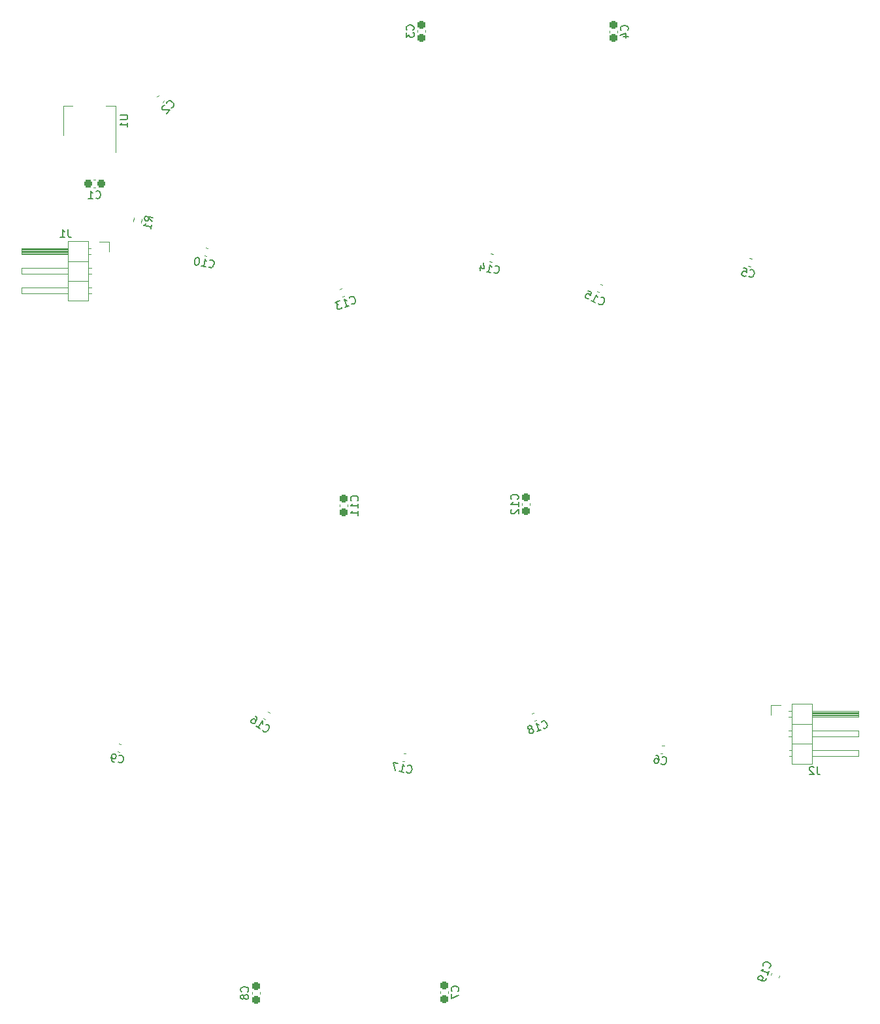
<source format=gbo>
G04 #@! TF.GenerationSoftware,KiCad,Pcbnew,7.0.2*
G04 #@! TF.CreationDate,2023-12-01T11:33:06-06:00*
G04 #@! TF.ProjectId,SixteenSegClock-Main,53697874-6565-46e5-9365-67436c6f636b,rev?*
G04 #@! TF.SameCoordinates,PX1312d00PYb0866e0*
G04 #@! TF.FileFunction,Legend,Bot*
G04 #@! TF.FilePolarity,Positive*
%FSLAX46Y46*%
G04 Gerber Fmt 4.6, Leading zero omitted, Abs format (unit mm)*
G04 Created by KiCad (PCBNEW 7.0.2) date 2023-12-01 11:33:06*
%MOMM*%
%LPD*%
G01*
G04 APERTURE LIST*
G04 Aperture macros list*
%AMRoundRect*
0 Rectangle with rounded corners*
0 $1 Rounding radius*
0 $2 $3 $4 $5 $6 $7 $8 $9 X,Y pos of 4 corners*
0 Add a 4 corners polygon primitive as box body*
4,1,4,$2,$3,$4,$5,$6,$7,$8,$9,$2,$3,0*
0 Add four circle primitives for the rounded corners*
1,1,$1+$1,$2,$3*
1,1,$1+$1,$4,$5*
1,1,$1+$1,$6,$7*
1,1,$1+$1,$8,$9*
0 Add four rect primitives between the rounded corners*
20,1,$1+$1,$2,$3,$4,$5,0*
20,1,$1+$1,$4,$5,$6,$7,0*
20,1,$1+$1,$6,$7,$8,$9,0*
20,1,$1+$1,$8,$9,$2,$3,0*%
G04 Aperture macros list end*
%ADD10C,0.150000*%
%ADD11C,0.120000*%
%ADD12C,7.500000*%
%ADD13R,1.500000X2.000000*%
%ADD14R,3.800000X2.000000*%
%ADD15C,1.700000*%
%ADD16O,1.700000X1.700000*%
%ADD17R,1.700000X1.700000*%
%ADD18RoundRect,0.237500X-0.044194X-0.380070X0.380070X0.044194X0.044194X0.380070X-0.380070X-0.044194X0*%
%ADD19RoundRect,0.237500X0.237500X-0.300000X0.237500X0.300000X-0.237500X0.300000X-0.237500X-0.300000X0*%
%ADD20RoundRect,0.237500X-0.372264X-0.088463X0.171520X-0.342034X0.372264X0.088463X-0.171520X0.342034X0*%
%ADD21RoundRect,0.237500X0.190480X-0.287443X0.277304X0.204960X-0.190480X0.287443X-0.277304X-0.204960X0*%
%ADD22RoundRect,0.237500X-0.336684X-0.181797X0.254201X-0.285986X0.336684X0.181797X-0.254201X0.285986X0*%
%ADD23RoundRect,0.237500X-0.200678X-0.325783X0.363138X-0.120571X0.200678X0.325783X-0.363138X0.120571X0*%
%ADD24RoundRect,0.237500X-0.120571X0.363138X-0.325783X-0.200678X0.120571X-0.363138X0.325783X0.200678X0*%
%ADD25RoundRect,0.237500X-0.237500X0.300000X-0.237500X-0.300000X0.237500X-0.300000X0.237500X0.300000X0*%
%ADD26RoundRect,0.237500X-0.381970X-0.022476X0.109521X-0.366622X0.381970X0.022476X-0.109521X0.366622X0*%
%ADD27RoundRect,0.237500X-0.300000X-0.237500X0.300000X-0.237500X0.300000X0.237500X-0.300000X0.237500X0*%
G04 APERTURE END LIST*
D10*
X15668619Y134816905D02*
X16478142Y134816905D01*
X16478142Y134816905D02*
X16573380Y134769286D01*
X16573380Y134769286D02*
X16621000Y134721667D01*
X16621000Y134721667D02*
X16668619Y134626429D01*
X16668619Y134626429D02*
X16668619Y134435953D01*
X16668619Y134435953D02*
X16621000Y134340715D01*
X16621000Y134340715D02*
X16573380Y134293096D01*
X16573380Y134293096D02*
X16478142Y134245477D01*
X16478142Y134245477D02*
X15668619Y134245477D01*
X16668619Y133245477D02*
X16668619Y133816905D01*
X16668619Y133531191D02*
X15668619Y133531191D01*
X15668619Y133531191D02*
X15811476Y133626429D01*
X15811476Y133626429D02*
X15906714Y133721667D01*
X15906714Y133721667D02*
X15954333Y133816905D01*
X106018333Y50367381D02*
X106018333Y49653096D01*
X106018333Y49653096D02*
X106065952Y49510239D01*
X106065952Y49510239D02*
X106161190Y49415000D01*
X106161190Y49415000D02*
X106304047Y49367381D01*
X106304047Y49367381D02*
X106399285Y49367381D01*
X105589761Y50272143D02*
X105542142Y50319762D01*
X105542142Y50319762D02*
X105446904Y50367381D01*
X105446904Y50367381D02*
X105208809Y50367381D01*
X105208809Y50367381D02*
X105113571Y50319762D01*
X105113571Y50319762D02*
X105065952Y50272143D01*
X105065952Y50272143D02*
X105018333Y50176905D01*
X105018333Y50176905D02*
X105018333Y50081667D01*
X105018333Y50081667D02*
X105065952Y49938810D01*
X105065952Y49938810D02*
X105637380Y49367381D01*
X105637380Y49367381D02*
X105018333Y49367381D01*
X22319791Y135751911D02*
X22387134Y135751911D01*
X22387134Y135751911D02*
X22521821Y135819254D01*
X22521821Y135819254D02*
X22589165Y135886598D01*
X22589165Y135886598D02*
X22656508Y136021285D01*
X22656508Y136021285D02*
X22656508Y136155972D01*
X22656508Y136155972D02*
X22622837Y136256987D01*
X22622837Y136256987D02*
X22521821Y136425346D01*
X22521821Y136425346D02*
X22420806Y136526361D01*
X22420806Y136526361D02*
X22252447Y136627376D01*
X22252447Y136627376D02*
X22151432Y136661048D01*
X22151432Y136661048D02*
X22016745Y136661048D01*
X22016745Y136661048D02*
X21882058Y136593705D01*
X21882058Y136593705D02*
X21814715Y136526361D01*
X21814715Y136526361D02*
X21747371Y136391674D01*
X21747371Y136391674D02*
X21747371Y136324331D01*
X21477997Y136054956D02*
X21410654Y136054956D01*
X21410654Y136054956D02*
X21309638Y136021285D01*
X21309638Y136021285D02*
X21141280Y135852926D01*
X21141280Y135852926D02*
X21107608Y135751911D01*
X21107608Y135751911D02*
X21107608Y135684567D01*
X21107608Y135684567D02*
X21141280Y135583552D01*
X21141280Y135583552D02*
X21208623Y135516208D01*
X21208623Y135516208D02*
X21343310Y135448865D01*
X21343310Y135448865D02*
X22151432Y135448865D01*
X22151432Y135448865D02*
X21713699Y135011132D01*
X81453380Y145784167D02*
X81501000Y145831786D01*
X81501000Y145831786D02*
X81548619Y145974643D01*
X81548619Y145974643D02*
X81548619Y146069881D01*
X81548619Y146069881D02*
X81501000Y146212738D01*
X81501000Y146212738D02*
X81405761Y146307976D01*
X81405761Y146307976D02*
X81310523Y146355595D01*
X81310523Y146355595D02*
X81120047Y146403214D01*
X81120047Y146403214D02*
X80977190Y146403214D01*
X80977190Y146403214D02*
X80786714Y146355595D01*
X80786714Y146355595D02*
X80691476Y146307976D01*
X80691476Y146307976D02*
X80596238Y146212738D01*
X80596238Y146212738D02*
X80548619Y146069881D01*
X80548619Y146069881D02*
X80548619Y145974643D01*
X80548619Y145974643D02*
X80596238Y145831786D01*
X80596238Y145831786D02*
X80643857Y145784167D01*
X80881952Y144927024D02*
X81548619Y144927024D01*
X80501000Y145165119D02*
X81215285Y145403214D01*
X81215285Y145403214D02*
X81215285Y144784167D01*
X77654020Y110454337D02*
X77677053Y110391055D01*
X77677053Y110391055D02*
X77786401Y110287523D01*
X77786401Y110287523D02*
X77872716Y110247274D01*
X77872716Y110247274D02*
X78022313Y110230057D01*
X78022313Y110230057D02*
X78148877Y110276123D01*
X78148877Y110276123D02*
X78232284Y110342313D01*
X78232284Y110342313D02*
X78355941Y110494819D01*
X78355941Y110494819D02*
X78416315Y110624291D01*
X78416315Y110624291D02*
X78453656Y110817046D01*
X78453656Y110817046D02*
X78450748Y110923486D01*
X78450748Y110923486D02*
X78404682Y111050050D01*
X78404682Y111050050D02*
X78295334Y111153582D01*
X78295334Y111153582D02*
X78209019Y111193831D01*
X78209019Y111193831D02*
X78059422Y111211048D01*
X78059422Y111211048D02*
X77996140Y111188015D01*
X76750620Y110770516D02*
X77268511Y110529019D01*
X77009566Y110649768D02*
X77432184Y111556075D01*
X77432184Y111556075D02*
X77458125Y111386353D01*
X77458125Y111386353D02*
X77504190Y111259789D01*
X77504190Y111259789D02*
X77570381Y111176382D01*
X76353246Y112059192D02*
X76784821Y111857946D01*
X76784821Y111857946D02*
X76626732Y111406246D01*
X76626732Y111406246D02*
X76603699Y111469528D01*
X76603699Y111469528D02*
X76537509Y111552935D01*
X76537509Y111552935D02*
X76321721Y111653558D01*
X76321721Y111653558D02*
X76215281Y111650650D01*
X76215281Y111650650D02*
X76151999Y111627617D01*
X76151999Y111627617D02*
X76068592Y111561427D01*
X76068592Y111561427D02*
X75967969Y111345639D01*
X75967969Y111345639D02*
X75970877Y111239200D01*
X75970877Y111239200D02*
X75993910Y111175917D01*
X75993910Y111175917D02*
X76060100Y111092511D01*
X76060100Y111092511D02*
X76275888Y110991887D01*
X76275888Y110991887D02*
X76382327Y110994795D01*
X76382327Y110994795D02*
X76445610Y111017828D01*
X19817807Y120985485D02*
X19406733Y121396444D01*
X19917034Y121548232D02*
X18932226Y121721880D01*
X18932226Y121721880D02*
X18866075Y121346715D01*
X18866075Y121346715D02*
X18896432Y121244655D01*
X18896432Y121244655D02*
X18935059Y121189491D01*
X18935059Y121189491D02*
X19020581Y121126057D01*
X19020581Y121126057D02*
X19161268Y121101250D01*
X19161268Y121101250D02*
X19263328Y121131608D01*
X19263328Y121131608D02*
X19318493Y121170234D01*
X19318493Y121170234D02*
X19381926Y121255757D01*
X19381926Y121255757D02*
X19448078Y121630922D01*
X19652427Y120047573D02*
X19751655Y120610320D01*
X19702041Y120328946D02*
X18717233Y120502594D01*
X18717233Y120502594D02*
X18874458Y120571579D01*
X18874458Y120571579D02*
X18984787Y120648832D01*
X18984787Y120648832D02*
X19048221Y120734354D01*
X64126978Y114423295D02*
X64165605Y114368130D01*
X64165605Y114368130D02*
X64298023Y114296428D01*
X64298023Y114296428D02*
X64391814Y114279890D01*
X64391814Y114279890D02*
X64540770Y114301979D01*
X64540770Y114301979D02*
X64651099Y114379232D01*
X64651099Y114379232D02*
X64714532Y114464754D01*
X64714532Y114464754D02*
X64794504Y114644068D01*
X64794504Y114644068D02*
X64819311Y114784754D01*
X64819311Y114784754D02*
X64805491Y114980606D01*
X64805491Y114980606D02*
X64775133Y115082666D01*
X64775133Y115082666D02*
X64697880Y115192995D01*
X64697880Y115192995D02*
X64565462Y115264698D01*
X64565462Y115264698D02*
X64471671Y115281236D01*
X64471671Y115281236D02*
X64322715Y115259147D01*
X64322715Y115259147D02*
X64267551Y115220520D01*
X63172528Y114494883D02*
X63735275Y114395655D01*
X63453902Y114445269D02*
X63627550Y115430077D01*
X63627550Y115430077D02*
X63696534Y115272852D01*
X63696534Y115272852D02*
X63773788Y115162523D01*
X63773788Y115162523D02*
X63859310Y115099089D01*
X62444173Y115300263D02*
X62328407Y114643724D01*
X62744802Y115634083D02*
X62855246Y114889304D01*
X62855246Y114889304D02*
X62245603Y114996800D01*
X70549828Y55360885D02*
X70610862Y55332425D01*
X70610862Y55332425D02*
X70761391Y55336538D01*
X70761391Y55336538D02*
X70850885Y55369111D01*
X70850885Y55369111D02*
X70968840Y55462718D01*
X70968840Y55462718D02*
X71025762Y55584786D01*
X71025762Y55584786D02*
X71037936Y55690567D01*
X71037936Y55690567D02*
X71017536Y55885843D01*
X71017536Y55885843D02*
X70968676Y56020085D01*
X70968676Y56020085D02*
X70858782Y56182787D01*
X70858782Y56182787D02*
X70781462Y56255995D01*
X70781462Y56255995D02*
X70659394Y56312916D01*
X70659394Y56312916D02*
X70508865Y56308804D01*
X70508865Y56308804D02*
X70419371Y56276230D01*
X70419371Y56276230D02*
X70301415Y56182623D01*
X70301415Y56182623D02*
X70272955Y56121589D01*
X69687456Y54945657D02*
X70224424Y55141098D01*
X69955940Y55043377D02*
X69613920Y55983070D01*
X69613920Y55983070D02*
X69752274Y55881402D01*
X69752274Y55881402D02*
X69874342Y55824480D01*
X69874342Y55824480D02*
X69980123Y55812307D01*
X68955049Y55287185D02*
X69028257Y55364505D01*
X69028257Y55364505D02*
X69056717Y55425539D01*
X69056717Y55425539D02*
X69068891Y55531320D01*
X69068891Y55531320D02*
X69052605Y55576068D01*
X69052605Y55576068D02*
X68975284Y55649275D01*
X68975284Y55649275D02*
X68914250Y55677736D01*
X68914250Y55677736D02*
X68808469Y55689910D01*
X68808469Y55689910D02*
X68629480Y55624763D01*
X68629480Y55624763D02*
X68556272Y55547443D01*
X68556272Y55547443D02*
X68527811Y55486409D01*
X68527811Y55486409D02*
X68515637Y55380627D01*
X68515637Y55380627D02*
X68531924Y55335880D01*
X68531924Y55335880D02*
X68609245Y55262672D01*
X68609245Y55262672D02*
X68670279Y55234212D01*
X68670279Y55234212D02*
X68776060Y55222038D01*
X68776060Y55222038D02*
X68955049Y55287185D01*
X68955049Y55287185D02*
X69060830Y55275011D01*
X69060830Y55275011D02*
X69121864Y55246550D01*
X69121864Y55246550D02*
X69199185Y55173342D01*
X69199185Y55173342D02*
X69264331Y54994353D01*
X69264331Y54994353D02*
X69252158Y54888572D01*
X69252158Y54888572D02*
X69223697Y54827538D01*
X69223697Y54827538D02*
X69150489Y54750217D01*
X69150489Y54750217D02*
X68971500Y54685071D01*
X68971500Y54685071D02*
X68865719Y54697245D01*
X68865719Y54697245D02*
X68804685Y54725705D01*
X68804685Y54725705D02*
X68727364Y54798913D01*
X68727364Y54798913D02*
X68662218Y54977902D01*
X68662218Y54977902D02*
X68674391Y55083683D01*
X68674391Y55083683D02*
X68702852Y55144717D01*
X68702852Y55144717D02*
X68776060Y55222038D01*
X85808625Y50805757D02*
X85847251Y50750592D01*
X85847251Y50750592D02*
X85979669Y50678890D01*
X85979669Y50678890D02*
X86073460Y50662352D01*
X86073460Y50662352D02*
X86222416Y50684440D01*
X86222416Y50684440D02*
X86332745Y50761694D01*
X86332745Y50761694D02*
X86396179Y50847216D01*
X86396179Y50847216D02*
X86476150Y51026529D01*
X86476150Y51026529D02*
X86500957Y51167216D01*
X86500957Y51167216D02*
X86487137Y51363068D01*
X86487137Y51363068D02*
X86456780Y51465128D01*
X86456780Y51465128D02*
X86379526Y51575457D01*
X86379526Y51575457D02*
X86247109Y51647159D01*
X86247109Y51647159D02*
X86153317Y51663697D01*
X86153317Y51663697D02*
X86004362Y51641609D01*
X86004362Y51641609D02*
X85949197Y51602982D01*
X85121614Y51845614D02*
X85309196Y51812539D01*
X85309196Y51812539D02*
X85394719Y51749105D01*
X85394719Y51749105D02*
X85433345Y51693941D01*
X85433345Y51693941D02*
X85502330Y51536716D01*
X85502330Y51536716D02*
X85516149Y51340864D01*
X85516149Y51340864D02*
X85449998Y50965700D01*
X85449998Y50965700D02*
X85386564Y50880177D01*
X85386564Y50880177D02*
X85331400Y50841551D01*
X85331400Y50841551D02*
X85229339Y50811193D01*
X85229339Y50811193D02*
X85041757Y50844269D01*
X85041757Y50844269D02*
X84956235Y50907702D01*
X84956235Y50907702D02*
X84917608Y50962867D01*
X84917608Y50962867D02*
X84887250Y51064927D01*
X84887250Y51064927D02*
X84928595Y51299405D01*
X84928595Y51299405D02*
X84992029Y51384927D01*
X84992029Y51384927D02*
X85047193Y51423554D01*
X85047193Y51423554D02*
X85149253Y51453912D01*
X85149253Y51453912D02*
X85336836Y51420836D01*
X85336836Y51420836D02*
X85422358Y51357402D01*
X85422358Y51357402D02*
X85460985Y51302238D01*
X85460985Y51302238D02*
X85491342Y51200178D01*
X46453380Y84847858D02*
X46501000Y84895477D01*
X46501000Y84895477D02*
X46548619Y85038334D01*
X46548619Y85038334D02*
X46548619Y85133572D01*
X46548619Y85133572D02*
X46501000Y85276429D01*
X46501000Y85276429D02*
X46405761Y85371667D01*
X46405761Y85371667D02*
X46310523Y85419286D01*
X46310523Y85419286D02*
X46120047Y85466905D01*
X46120047Y85466905D02*
X45977190Y85466905D01*
X45977190Y85466905D02*
X45786714Y85419286D01*
X45786714Y85419286D02*
X45691476Y85371667D01*
X45691476Y85371667D02*
X45596238Y85276429D01*
X45596238Y85276429D02*
X45548619Y85133572D01*
X45548619Y85133572D02*
X45548619Y85038334D01*
X45548619Y85038334D02*
X45596238Y84895477D01*
X45596238Y84895477D02*
X45643857Y84847858D01*
X46548619Y83895477D02*
X46548619Y84466905D01*
X46548619Y84181191D02*
X45548619Y84181191D01*
X45548619Y84181191D02*
X45691476Y84276429D01*
X45691476Y84276429D02*
X45786714Y84371667D01*
X45786714Y84371667D02*
X45834333Y84466905D01*
X46548619Y82943096D02*
X46548619Y83514524D01*
X46548619Y83228810D02*
X45548619Y83228810D01*
X45548619Y83228810D02*
X45691476Y83324048D01*
X45691476Y83324048D02*
X45786714Y83419286D01*
X45786714Y83419286D02*
X45834333Y83514524D01*
X99802335Y24302526D02*
X99863369Y24330987D01*
X99863369Y24330987D02*
X99956976Y24448942D01*
X99956976Y24448942D02*
X99989549Y24538436D01*
X99989549Y24538436D02*
X99993662Y24688965D01*
X99993662Y24688965D02*
X99936741Y24811033D01*
X99936741Y24811033D02*
X99863533Y24888353D01*
X99863533Y24888353D02*
X99700831Y24998247D01*
X99700831Y24998247D02*
X99566589Y25047107D01*
X99566589Y25047107D02*
X99371313Y25067507D01*
X99371313Y25067507D02*
X99265532Y25055333D01*
X99265532Y25055333D02*
X99143464Y24998412D01*
X99143464Y24998412D02*
X99049857Y24880456D01*
X99049857Y24880456D02*
X99017283Y24790962D01*
X99017283Y24790962D02*
X99013171Y24640433D01*
X99013171Y24640433D02*
X99041631Y24579399D01*
X99566096Y23375007D02*
X99761536Y23911974D01*
X99663816Y23643491D02*
X98724123Y23985511D01*
X98724123Y23985511D02*
X98890938Y24026146D01*
X98890938Y24026146D02*
X99013006Y24083067D01*
X99013006Y24083067D02*
X99090327Y24156275D01*
X99403229Y22927535D02*
X99338082Y22748545D01*
X99338082Y22748545D02*
X99260762Y22675338D01*
X99260762Y22675338D02*
X99199728Y22646877D01*
X99199728Y22646877D02*
X99032913Y22606243D01*
X99032913Y22606243D02*
X98837637Y22626642D01*
X98837637Y22626642D02*
X98479659Y22756935D01*
X98479659Y22756935D02*
X98406451Y22834256D01*
X98406451Y22834256D02*
X98377990Y22895290D01*
X98377990Y22895290D02*
X98365816Y23001071D01*
X98365816Y23001071D02*
X98430963Y23180060D01*
X98430963Y23180060D02*
X98508284Y23253268D01*
X98508284Y23253268D02*
X98569318Y23281729D01*
X98569318Y23281729D02*
X98675099Y23293903D01*
X98675099Y23293903D02*
X98898835Y23212469D01*
X98898835Y23212469D02*
X98972043Y23135149D01*
X98972043Y23135149D02*
X99000504Y23074115D01*
X99000504Y23074115D02*
X99012678Y22968333D01*
X99012678Y22968333D02*
X98947531Y22789344D01*
X98947531Y22789344D02*
X98870210Y22716136D01*
X98870210Y22716136D02*
X98809176Y22687676D01*
X98809176Y22687676D02*
X98703395Y22675502D01*
X27176978Y115173295D02*
X27215605Y115118130D01*
X27215605Y115118130D02*
X27348023Y115046428D01*
X27348023Y115046428D02*
X27441814Y115029890D01*
X27441814Y115029890D02*
X27590770Y115051979D01*
X27590770Y115051979D02*
X27701099Y115129232D01*
X27701099Y115129232D02*
X27764532Y115214754D01*
X27764532Y115214754D02*
X27844504Y115394068D01*
X27844504Y115394068D02*
X27869311Y115534754D01*
X27869311Y115534754D02*
X27855491Y115730606D01*
X27855491Y115730606D02*
X27825133Y115832666D01*
X27825133Y115832666D02*
X27747880Y115942995D01*
X27747880Y115942995D02*
X27615462Y116014698D01*
X27615462Y116014698D02*
X27521671Y116031236D01*
X27521671Y116031236D02*
X27372715Y116009147D01*
X27372715Y116009147D02*
X27317551Y115970520D01*
X26222528Y115244883D02*
X26785275Y115145655D01*
X26503902Y115195269D02*
X26677550Y116180077D01*
X26677550Y116180077D02*
X26746534Y116022852D01*
X26746534Y116022852D02*
X26823788Y115912523D01*
X26823788Y115912523D02*
X26909310Y115849089D01*
X25786533Y116337187D02*
X25692742Y116353725D01*
X25692742Y116353725D02*
X25590682Y116323367D01*
X25590682Y116323367D02*
X25535517Y116284741D01*
X25535517Y116284741D02*
X25472084Y116199219D01*
X25472084Y116199219D02*
X25392112Y116019905D01*
X25392112Y116019905D02*
X25350768Y115785427D01*
X25350768Y115785427D02*
X25364587Y115589576D01*
X25364587Y115589576D02*
X25394945Y115487515D01*
X25394945Y115487515D02*
X25433572Y115432351D01*
X25433572Y115432351D02*
X25519094Y115368917D01*
X25519094Y115368917D02*
X25612885Y115352379D01*
X25612885Y115352379D02*
X25714945Y115382737D01*
X25714945Y115382737D02*
X25770110Y115421364D01*
X25770110Y115421364D02*
X25833543Y115506886D01*
X25833543Y115506886D02*
X25913515Y115686199D01*
X25913515Y115686199D02*
X25954860Y115920678D01*
X25954860Y115920678D02*
X25941040Y116116529D01*
X25941040Y116116529D02*
X25910682Y116218589D01*
X25910682Y116218589D02*
X25872056Y116273754D01*
X25872056Y116273754D02*
X25786533Y116337187D01*
X67218380Y85035358D02*
X67266000Y85082977D01*
X67266000Y85082977D02*
X67313619Y85225834D01*
X67313619Y85225834D02*
X67313619Y85321072D01*
X67313619Y85321072D02*
X67266000Y85463929D01*
X67266000Y85463929D02*
X67170761Y85559167D01*
X67170761Y85559167D02*
X67075523Y85606786D01*
X67075523Y85606786D02*
X66885047Y85654405D01*
X66885047Y85654405D02*
X66742190Y85654405D01*
X66742190Y85654405D02*
X66551714Y85606786D01*
X66551714Y85606786D02*
X66456476Y85559167D01*
X66456476Y85559167D02*
X66361238Y85463929D01*
X66361238Y85463929D02*
X66313619Y85321072D01*
X66313619Y85321072D02*
X66313619Y85225834D01*
X66313619Y85225834D02*
X66361238Y85082977D01*
X66361238Y85082977D02*
X66408857Y85035358D01*
X67313619Y84082977D02*
X67313619Y84654405D01*
X67313619Y84368691D02*
X66313619Y84368691D01*
X66313619Y84368691D02*
X66456476Y84463929D01*
X66456476Y84463929D02*
X66551714Y84559167D01*
X66551714Y84559167D02*
X66599333Y84654405D01*
X66408857Y83702024D02*
X66361238Y83654405D01*
X66361238Y83654405D02*
X66313619Y83559167D01*
X66313619Y83559167D02*
X66313619Y83321072D01*
X66313619Y83321072D02*
X66361238Y83225834D01*
X66361238Y83225834D02*
X66408857Y83178215D01*
X66408857Y83178215D02*
X66504095Y83130596D01*
X66504095Y83130596D02*
X66599333Y83130596D01*
X66599333Y83130596D02*
X66742190Y83178215D01*
X66742190Y83178215D02*
X67313619Y83749643D01*
X67313619Y83749643D02*
X67313619Y83130596D01*
X45674828Y110335885D02*
X45735862Y110307425D01*
X45735862Y110307425D02*
X45886391Y110311538D01*
X45886391Y110311538D02*
X45975885Y110344111D01*
X45975885Y110344111D02*
X46093840Y110437718D01*
X46093840Y110437718D02*
X46150762Y110559786D01*
X46150762Y110559786D02*
X46162936Y110665567D01*
X46162936Y110665567D02*
X46142536Y110860843D01*
X46142536Y110860843D02*
X46093676Y110995085D01*
X46093676Y110995085D02*
X45983782Y111157787D01*
X45983782Y111157787D02*
X45906462Y111230995D01*
X45906462Y111230995D02*
X45784394Y111287916D01*
X45784394Y111287916D02*
X45633865Y111283804D01*
X45633865Y111283804D02*
X45544371Y111251230D01*
X45544371Y111251230D02*
X45426415Y111157623D01*
X45426415Y111157623D02*
X45397955Y111096589D01*
X44812456Y109920657D02*
X45349424Y110116098D01*
X45080940Y110018377D02*
X44738920Y110958070D01*
X44738920Y110958070D02*
X44877274Y110856402D01*
X44877274Y110856402D02*
X44999342Y110799480D01*
X44999342Y110799480D02*
X45105123Y110787307D01*
X44157205Y110746343D02*
X43575491Y110534617D01*
X43575491Y110534617D02*
X44019015Y110290645D01*
X44019015Y110290645D02*
X43884773Y110241785D01*
X43884773Y110241785D02*
X43811565Y110164465D01*
X43811565Y110164465D02*
X43783105Y110103431D01*
X43783105Y110103431D02*
X43770931Y109997649D01*
X43770931Y109997649D02*
X43852364Y109773913D01*
X43852364Y109773913D02*
X43929685Y109700705D01*
X43929685Y109700705D02*
X43990719Y109672245D01*
X43990719Y109672245D02*
X44096500Y109660071D01*
X44096500Y109660071D02*
X44364984Y109757791D01*
X44364984Y109757791D02*
X44438191Y109835111D01*
X44438191Y109835111D02*
X44466652Y109896145D01*
X34151662Y55163945D02*
X34163356Y55097625D01*
X34163356Y55097625D02*
X34253065Y54976678D01*
X34253065Y54976678D02*
X34331079Y54922051D01*
X34331079Y54922051D02*
X34475414Y54879119D01*
X34475414Y54879119D02*
X34608055Y54902507D01*
X34608055Y54902507D02*
X34701689Y54953209D01*
X34701689Y54953209D02*
X34849948Y55081924D01*
X34849948Y55081924D02*
X34931888Y55198946D01*
X34931888Y55198946D02*
X35002133Y55382288D01*
X35002133Y55382288D02*
X35017752Y55487616D01*
X35017752Y55487616D02*
X34994364Y55620257D01*
X34994364Y55620257D02*
X34904656Y55741203D01*
X34904656Y55741203D02*
X34826641Y55795830D01*
X34826641Y55795830D02*
X34682306Y55838762D01*
X34682306Y55838762D02*
X34615986Y55827068D01*
X33316891Y55632194D02*
X33784978Y55304436D01*
X33550935Y55468315D02*
X34124511Y56287467D01*
X34124511Y56287467D02*
X34120586Y56115819D01*
X34120586Y56115819D02*
X34143974Y55983178D01*
X34143974Y55983178D02*
X34194675Y55889544D01*
X33188337Y56942983D02*
X33344366Y56833730D01*
X33344366Y56833730D02*
X33395067Y56740096D01*
X33395067Y56740096D02*
X33406762Y56673776D01*
X33406762Y56673776D02*
X33402837Y56502128D01*
X33402837Y56502128D02*
X33332591Y56318786D01*
X33332591Y56318786D02*
X33114086Y56006728D01*
X33114086Y56006728D02*
X33020452Y55956027D01*
X33020452Y55956027D02*
X32954132Y55944333D01*
X32954132Y55944333D02*
X32848804Y55959952D01*
X32848804Y55959952D02*
X32692775Y56069204D01*
X32692775Y56069204D02*
X32642074Y56162838D01*
X32642074Y56162838D02*
X32630380Y56229158D01*
X32630380Y56229158D02*
X32645999Y56334486D01*
X32645999Y56334486D02*
X32782565Y56529522D01*
X32782565Y56529522D02*
X32876198Y56580223D01*
X32876198Y56580223D02*
X32942519Y56591918D01*
X32942519Y56591918D02*
X33047846Y56576298D01*
X33047846Y56576298D02*
X33203875Y56467046D01*
X33203875Y56467046D02*
X33254577Y56373412D01*
X33254577Y56373412D02*
X33266271Y56307092D01*
X33266271Y56307092D02*
X33250652Y56201764D01*
X97183022Y113930985D02*
X97221648Y113875820D01*
X97221648Y113875820D02*
X97354066Y113804118D01*
X97354066Y113804118D02*
X97447857Y113787580D01*
X97447857Y113787580D02*
X97596813Y113809668D01*
X97596813Y113809668D02*
X97707142Y113886922D01*
X97707142Y113886922D02*
X97770576Y113972444D01*
X97770576Y113972444D02*
X97850547Y114151757D01*
X97850547Y114151757D02*
X97875354Y114292444D01*
X97875354Y114292444D02*
X97861534Y114488296D01*
X97861534Y114488296D02*
X97831177Y114590356D01*
X97831177Y114590356D02*
X97753923Y114700685D01*
X97753923Y114700685D02*
X97621506Y114772387D01*
X97621506Y114772387D02*
X97527714Y114788925D01*
X97527714Y114788925D02*
X97378759Y114766837D01*
X97378759Y114766837D02*
X97323594Y114728210D01*
X96449115Y114979111D02*
X96918071Y114896422D01*
X96918071Y114896422D02*
X96882277Y114419197D01*
X96882277Y114419197D02*
X96843651Y114474361D01*
X96843651Y114474361D02*
X96758129Y114537795D01*
X96758129Y114537795D02*
X96523650Y114579140D01*
X96523650Y114579140D02*
X96421590Y114548782D01*
X96421590Y114548782D02*
X96366426Y114510155D01*
X96366426Y114510155D02*
X96302992Y114424633D01*
X96302992Y114424633D02*
X96261647Y114190155D01*
X96261647Y114190155D02*
X96292005Y114088095D01*
X96292005Y114088095D02*
X96330632Y114032930D01*
X96330632Y114032930D02*
X96416154Y113969497D01*
X96416154Y113969497D02*
X96650632Y113928152D01*
X96650632Y113928152D02*
X96752692Y113958510D01*
X96752692Y113958510D02*
X96807857Y113997136D01*
X59503380Y21296667D02*
X59551000Y21344286D01*
X59551000Y21344286D02*
X59598619Y21487143D01*
X59598619Y21487143D02*
X59598619Y21582381D01*
X59598619Y21582381D02*
X59551000Y21725238D01*
X59551000Y21725238D02*
X59455761Y21820476D01*
X59455761Y21820476D02*
X59360523Y21868095D01*
X59360523Y21868095D02*
X59170047Y21915714D01*
X59170047Y21915714D02*
X59027190Y21915714D01*
X59027190Y21915714D02*
X58836714Y21868095D01*
X58836714Y21868095D02*
X58741476Y21820476D01*
X58741476Y21820476D02*
X58646238Y21725238D01*
X58646238Y21725238D02*
X58598619Y21582381D01*
X58598619Y21582381D02*
X58598619Y21487143D01*
X58598619Y21487143D02*
X58646238Y21344286D01*
X58646238Y21344286D02*
X58693857Y21296667D01*
X58598619Y20963333D02*
X58598619Y20296667D01*
X58598619Y20296667D02*
X59598619Y20725238D01*
X8948333Y119957381D02*
X8948333Y119243096D01*
X8948333Y119243096D02*
X8995952Y119100239D01*
X8995952Y119100239D02*
X9091190Y119005000D01*
X9091190Y119005000D02*
X9234047Y118957381D01*
X9234047Y118957381D02*
X9329285Y118957381D01*
X7948333Y118957381D02*
X8519761Y118957381D01*
X8234047Y118957381D02*
X8234047Y119957381D01*
X8234047Y119957381D02*
X8329285Y119814524D01*
X8329285Y119814524D02*
X8424523Y119719286D01*
X8424523Y119719286D02*
X8519761Y119671667D01*
X15433022Y51005985D02*
X15471648Y50950820D01*
X15471648Y50950820D02*
X15604066Y50879118D01*
X15604066Y50879118D02*
X15697857Y50862580D01*
X15697857Y50862580D02*
X15846813Y50884668D01*
X15846813Y50884668D02*
X15957142Y50961922D01*
X15957142Y50961922D02*
X16020576Y51047444D01*
X16020576Y51047444D02*
X16100547Y51226757D01*
X16100547Y51226757D02*
X16125354Y51367444D01*
X16125354Y51367444D02*
X16111534Y51563296D01*
X16111534Y51563296D02*
X16081177Y51665356D01*
X16081177Y51665356D02*
X16003923Y51775685D01*
X16003923Y51775685D02*
X15871506Y51847387D01*
X15871506Y51847387D02*
X15777714Y51863925D01*
X15777714Y51863925D02*
X15628759Y51841837D01*
X15628759Y51841837D02*
X15573594Y51803210D01*
X14947528Y50994883D02*
X14759945Y51027959D01*
X14759945Y51027959D02*
X14674423Y51091392D01*
X14674423Y51091392D02*
X14635796Y51146557D01*
X14635796Y51146557D02*
X14566812Y51303782D01*
X14566812Y51303782D02*
X14552992Y51499633D01*
X14552992Y51499633D02*
X14619144Y51874798D01*
X14619144Y51874798D02*
X14682577Y51960320D01*
X14682577Y51960320D02*
X14737742Y51998947D01*
X14737742Y51998947D02*
X14839802Y52029305D01*
X14839802Y52029305D02*
X15027385Y51996229D01*
X15027385Y51996229D02*
X15112907Y51932795D01*
X15112907Y51932795D02*
X15151533Y51877631D01*
X15151533Y51877631D02*
X15181891Y51775570D01*
X15181891Y51775570D02*
X15140546Y51541092D01*
X15140546Y51541092D02*
X15077113Y51455570D01*
X15077113Y51455570D02*
X15021948Y51416943D01*
X15021948Y51416943D02*
X14919888Y51386586D01*
X14919888Y51386586D02*
X14732306Y51419662D01*
X14732306Y51419662D02*
X14646783Y51483095D01*
X14646783Y51483095D02*
X14608157Y51538260D01*
X14608157Y51538260D02*
X14577799Y51640320D01*
X32218380Y21221667D02*
X32266000Y21269286D01*
X32266000Y21269286D02*
X32313619Y21412143D01*
X32313619Y21412143D02*
X32313619Y21507381D01*
X32313619Y21507381D02*
X32266000Y21650238D01*
X32266000Y21650238D02*
X32170761Y21745476D01*
X32170761Y21745476D02*
X32075523Y21793095D01*
X32075523Y21793095D02*
X31885047Y21840714D01*
X31885047Y21840714D02*
X31742190Y21840714D01*
X31742190Y21840714D02*
X31551714Y21793095D01*
X31551714Y21793095D02*
X31456476Y21745476D01*
X31456476Y21745476D02*
X31361238Y21650238D01*
X31361238Y21650238D02*
X31313619Y21507381D01*
X31313619Y21507381D02*
X31313619Y21412143D01*
X31313619Y21412143D02*
X31361238Y21269286D01*
X31361238Y21269286D02*
X31408857Y21221667D01*
X31742190Y20650238D02*
X31694571Y20745476D01*
X31694571Y20745476D02*
X31646952Y20793095D01*
X31646952Y20793095D02*
X31551714Y20840714D01*
X31551714Y20840714D02*
X31504095Y20840714D01*
X31504095Y20840714D02*
X31408857Y20793095D01*
X31408857Y20793095D02*
X31361238Y20745476D01*
X31361238Y20745476D02*
X31313619Y20650238D01*
X31313619Y20650238D02*
X31313619Y20459762D01*
X31313619Y20459762D02*
X31361238Y20364524D01*
X31361238Y20364524D02*
X31408857Y20316905D01*
X31408857Y20316905D02*
X31504095Y20269286D01*
X31504095Y20269286D02*
X31551714Y20269286D01*
X31551714Y20269286D02*
X31646952Y20316905D01*
X31646952Y20316905D02*
X31694571Y20364524D01*
X31694571Y20364524D02*
X31742190Y20459762D01*
X31742190Y20459762D02*
X31742190Y20650238D01*
X31742190Y20650238D02*
X31789809Y20745476D01*
X31789809Y20745476D02*
X31837428Y20793095D01*
X31837428Y20793095D02*
X31932666Y20840714D01*
X31932666Y20840714D02*
X32123142Y20840714D01*
X32123142Y20840714D02*
X32218380Y20793095D01*
X32218380Y20793095D02*
X32266000Y20745476D01*
X32266000Y20745476D02*
X32313619Y20650238D01*
X32313619Y20650238D02*
X32313619Y20459762D01*
X32313619Y20459762D02*
X32266000Y20364524D01*
X32266000Y20364524D02*
X32218380Y20316905D01*
X32218380Y20316905D02*
X32123142Y20269286D01*
X32123142Y20269286D02*
X31932666Y20269286D01*
X31932666Y20269286D02*
X31837428Y20316905D01*
X31837428Y20316905D02*
X31789809Y20364524D01*
X31789809Y20364524D02*
X31742190Y20459762D01*
X53668380Y145834167D02*
X53716000Y145881786D01*
X53716000Y145881786D02*
X53763619Y146024643D01*
X53763619Y146024643D02*
X53763619Y146119881D01*
X53763619Y146119881D02*
X53716000Y146262738D01*
X53716000Y146262738D02*
X53620761Y146357976D01*
X53620761Y146357976D02*
X53525523Y146405595D01*
X53525523Y146405595D02*
X53335047Y146453214D01*
X53335047Y146453214D02*
X53192190Y146453214D01*
X53192190Y146453214D02*
X53001714Y146405595D01*
X53001714Y146405595D02*
X52906476Y146357976D01*
X52906476Y146357976D02*
X52811238Y146262738D01*
X52811238Y146262738D02*
X52763619Y146119881D01*
X52763619Y146119881D02*
X52763619Y146024643D01*
X52763619Y146024643D02*
X52811238Y145881786D01*
X52811238Y145881786D02*
X52858857Y145834167D01*
X52763619Y145500833D02*
X52763619Y144881786D01*
X52763619Y144881786D02*
X53144571Y145215119D01*
X53144571Y145215119D02*
X53144571Y145072262D01*
X53144571Y145072262D02*
X53192190Y144977024D01*
X53192190Y144977024D02*
X53239809Y144929405D01*
X53239809Y144929405D02*
X53335047Y144881786D01*
X53335047Y144881786D02*
X53573142Y144881786D01*
X53573142Y144881786D02*
X53668380Y144929405D01*
X53668380Y144929405D02*
X53716000Y144977024D01*
X53716000Y144977024D02*
X53763619Y145072262D01*
X53763619Y145072262D02*
X53763619Y145357976D01*
X53763619Y145357976D02*
X53716000Y145453214D01*
X53716000Y145453214D02*
X53668380Y145500833D01*
X52826978Y49698295D02*
X52865605Y49643130D01*
X52865605Y49643130D02*
X52998023Y49571428D01*
X52998023Y49571428D02*
X53091814Y49554890D01*
X53091814Y49554890D02*
X53240770Y49576979D01*
X53240770Y49576979D02*
X53351099Y49654232D01*
X53351099Y49654232D02*
X53414532Y49739754D01*
X53414532Y49739754D02*
X53494504Y49919068D01*
X53494504Y49919068D02*
X53519311Y50059754D01*
X53519311Y50059754D02*
X53505491Y50255606D01*
X53505491Y50255606D02*
X53475133Y50357666D01*
X53475133Y50357666D02*
X53397880Y50467995D01*
X53397880Y50467995D02*
X53265462Y50539698D01*
X53265462Y50539698D02*
X53171671Y50556236D01*
X53171671Y50556236D02*
X53022715Y50534147D01*
X53022715Y50534147D02*
X52967551Y50495520D01*
X51872528Y49769883D02*
X52435275Y49670655D01*
X52153902Y49720269D02*
X52327550Y50705077D01*
X52327550Y50705077D02*
X52396534Y50547852D01*
X52396534Y50547852D02*
X52473788Y50437523D01*
X52473788Y50437523D02*
X52559310Y50374089D01*
X51717907Y50812573D02*
X51061369Y50928339D01*
X51061369Y50928339D02*
X51309781Y49869110D01*
X12547666Y124082620D02*
X12595285Y124035000D01*
X12595285Y124035000D02*
X12738142Y123987381D01*
X12738142Y123987381D02*
X12833380Y123987381D01*
X12833380Y123987381D02*
X12976237Y124035000D01*
X12976237Y124035000D02*
X13071475Y124130239D01*
X13071475Y124130239D02*
X13119094Y124225477D01*
X13119094Y124225477D02*
X13166713Y124415953D01*
X13166713Y124415953D02*
X13166713Y124558810D01*
X13166713Y124558810D02*
X13119094Y124749286D01*
X13119094Y124749286D02*
X13071475Y124844524D01*
X13071475Y124844524D02*
X12976237Y124939762D01*
X12976237Y124939762D02*
X12833380Y124987381D01*
X12833380Y124987381D02*
X12738142Y124987381D01*
X12738142Y124987381D02*
X12595285Y124939762D01*
X12595285Y124939762D02*
X12547666Y124892143D01*
X11595285Y123987381D02*
X12166713Y123987381D01*
X11880999Y123987381D02*
X11880999Y124987381D01*
X11880999Y124987381D02*
X11976237Y124844524D01*
X11976237Y124844524D02*
X12071475Y124749286D01*
X12071475Y124749286D02*
X12166713Y124701667D01*
D11*
X15116000Y129955000D02*
X15116000Y135965000D01*
X8296000Y132205000D02*
X8296000Y135965000D01*
X8296000Y135965000D02*
X9556000Y135965000D01*
X15116000Y135965000D02*
X13856000Y135965000D01*
X100020000Y58380000D02*
X100020000Y57110000D01*
X101290000Y58380000D02*
X100020000Y58380000D01*
X102342929Y57560000D02*
X102740000Y57560000D01*
X102342929Y56800000D02*
X102740000Y56800000D01*
X102342929Y55020000D02*
X102740000Y55020000D01*
X102342929Y54260000D02*
X102740000Y54260000D01*
X102410000Y52480000D02*
X102740000Y52480000D01*
X102410000Y51720000D02*
X102740000Y51720000D01*
X102740000Y58510000D02*
X105400000Y58510000D01*
X102740000Y55910000D02*
X105400000Y55910000D01*
X102740000Y53370000D02*
X105400000Y53370000D01*
X102740000Y50770000D02*
X102740000Y58510000D01*
X105400000Y58510000D02*
X105400000Y50770000D01*
X105400000Y57460000D02*
X111400000Y57460000D01*
X105400000Y57340000D02*
X111400000Y57340000D01*
X105400000Y57220000D02*
X111400000Y57220000D01*
X105400000Y57100000D02*
X111400000Y57100000D01*
X105400000Y56980000D02*
X111400000Y56980000D01*
X105400000Y56860000D02*
X111400000Y56860000D01*
X105400000Y56800000D02*
X111400000Y56800000D01*
X105400000Y56800000D02*
X111400000Y56800000D01*
X105400000Y54260000D02*
X111400000Y54260000D01*
X105400000Y51730000D02*
X111400000Y51730000D01*
X105400000Y50770000D02*
X102740000Y50770000D01*
X111400000Y57560000D02*
X105400000Y57560000D01*
X111400000Y57560000D02*
X105400000Y57560000D01*
X111400000Y56800000D02*
X111400000Y57560000D01*
X111400000Y56800000D02*
X111400000Y57560000D01*
X111400000Y55020000D02*
X105400000Y55020000D01*
X111400000Y54260000D02*
X111400000Y55020000D01*
X111400000Y52490000D02*
X105400000Y52490000D01*
X111400000Y51730000D02*
X111400000Y52490000D01*
X20466949Y137162198D02*
X20673802Y137369051D01*
X21188198Y136440949D02*
X21395051Y136647802D01*
X79146000Y145471233D02*
X79146000Y145763767D01*
X80166000Y145471233D02*
X80166000Y145763767D01*
X77913972Y112879032D02*
X78179098Y112755402D01*
X77482902Y111954598D02*
X77748028Y111830968D01*
X17366206Y120989877D02*
X17454670Y121491585D01*
X18395330Y120808415D02*
X18483794Y121310123D01*
X63750516Y116832651D02*
X64038605Y116781853D01*
X63573395Y115828147D02*
X63861484Y115777349D01*
X69019124Y57259217D02*
X69294016Y57359269D01*
X69367984Y56300731D02*
X69642876Y56400783D01*
X85901119Y53132423D02*
X86189208Y53081625D01*
X85723998Y52127919D02*
X86012087Y52077121D01*
X44146000Y84058733D02*
X44146000Y84351267D01*
X45166000Y84058733D02*
X45166000Y84351267D01*
X101110269Y23298016D02*
X101010217Y23023124D01*
X100151783Y23646876D02*
X100051731Y23371984D01*
X26800516Y117582651D02*
X27088605Y117531853D01*
X26623395Y116578147D02*
X26911484Y116527349D01*
X68791000Y84538767D02*
X68791000Y84246233D01*
X67771000Y84538767D02*
X67771000Y84246233D01*
X44144124Y112234217D02*
X44419016Y112334269D01*
X44492984Y111275731D02*
X44767876Y111375783D01*
X34828709Y57506663D02*
X35068339Y57338872D01*
X34243661Y56671128D02*
X34483291Y56503337D01*
X97275516Y116257651D02*
X97563605Y116206853D01*
X97098395Y115253147D02*
X97386484Y115202349D01*
X57196000Y20983733D02*
X57196000Y21276267D01*
X58216000Y20983733D02*
X58216000Y21276267D01*
X14270000Y117150000D02*
X14270000Y118420000D01*
X14270000Y118420000D02*
X13000000Y118420000D01*
X11957071Y111690000D02*
X11560000Y111690000D01*
X11957071Y112450000D02*
X11560000Y112450000D01*
X11957071Y114230000D02*
X11560000Y114230000D01*
X11957071Y114990000D02*
X11560000Y114990000D01*
X11890000Y116770000D02*
X11560000Y116770000D01*
X11890000Y117530000D02*
X11560000Y117530000D01*
X11560000Y110740000D02*
X8900000Y110740000D01*
X11560000Y113340000D02*
X8900000Y113340000D01*
X11560000Y115880000D02*
X8900000Y115880000D01*
X11560000Y118480000D02*
X11560000Y110740000D01*
X8900000Y110740000D02*
X8900000Y118480000D01*
X8900000Y112450000D02*
X2900000Y112450000D01*
X8900000Y114990000D02*
X2900000Y114990000D01*
X8900000Y116870000D02*
X2900000Y116870000D01*
X8900000Y116990000D02*
X2900000Y116990000D01*
X8900000Y117110000D02*
X2900000Y117110000D01*
X8900000Y117230000D02*
X2900000Y117230000D01*
X8900000Y117350000D02*
X2900000Y117350000D01*
X8900000Y117470000D02*
X2900000Y117470000D01*
X8900000Y117530000D02*
X2900000Y117530000D01*
X8900000Y118480000D02*
X11560000Y118480000D01*
X2900000Y111690000D02*
X8900000Y111690000D01*
X2900000Y112450000D02*
X2900000Y111690000D01*
X2900000Y114230000D02*
X8900000Y114230000D01*
X2900000Y114990000D02*
X2900000Y114230000D01*
X2900000Y116770000D02*
X8900000Y116770000D01*
X2900000Y117530000D02*
X2900000Y116770000D01*
X15525516Y53332651D02*
X15813605Y53281853D01*
X15348395Y52328147D02*
X15636484Y52277349D01*
X33791000Y21201267D02*
X33791000Y20908733D01*
X32771000Y21201267D02*
X32771000Y20908733D01*
X55241000Y145813767D02*
X55241000Y145521233D01*
X54221000Y145813767D02*
X54221000Y145521233D01*
X52450516Y52107651D02*
X52738605Y52056853D01*
X52273395Y51103147D02*
X52561484Y51052349D01*
X12234733Y126390000D02*
X12527267Y126390000D01*
X12234733Y125370000D02*
X12527267Y125370000D01*
%LPC*%
D12*
X105300000Y156100000D03*
X9000000Y9000000D03*
X9000000Y156100000D03*
X105300000Y9000000D03*
D13*
X14006000Y130905000D03*
X11706000Y130905000D03*
D14*
X11706000Y137205000D03*
D13*
X9406000Y130905000D03*
D15*
X101300000Y52100000D03*
D16*
X101300000Y54640000D03*
D17*
X101300000Y57180000D03*
D18*
X20321120Y136295120D03*
X21540880Y137514880D03*
D19*
X79656000Y144755000D03*
X79656000Y146480000D03*
D20*
X77049310Y112719508D03*
X78612690Y111990492D03*
D21*
X17766546Y120251363D03*
X18083454Y122048637D03*
D22*
X62956603Y116454772D03*
X64655397Y116155228D03*
D23*
X68520515Y56535008D03*
X70141485Y57124992D03*
D22*
X85107206Y52754544D03*
X86806000Y52455000D03*
D19*
X44656000Y83342500D03*
X44656000Y85067500D03*
D24*
X100875992Y24145485D03*
X100286008Y22524515D03*
D22*
X26006603Y117204772D03*
X27705397Y116905228D03*
D25*
X68281000Y85255000D03*
X68281000Y83530000D03*
D23*
X43645515Y111510008D03*
X45266485Y112099992D03*
D26*
X33949481Y57499710D03*
X35362519Y56510290D03*
D22*
X96481603Y115879772D03*
X98180397Y115580228D03*
D19*
X57706000Y20267500D03*
X57706000Y21992500D03*
D17*
X13000000Y117150000D03*
D16*
X13000000Y114610000D03*
X13000000Y112070000D03*
D22*
X14731603Y52954772D03*
X16430397Y52655228D03*
D25*
X33281000Y21917500D03*
X33281000Y20192500D03*
X54731000Y146530000D03*
X54731000Y144805000D03*
D22*
X51656603Y51729772D03*
X53355397Y51430228D03*
D27*
X11518500Y125880000D03*
X13243500Y125880000D03*
%LPD*%
M02*

</source>
